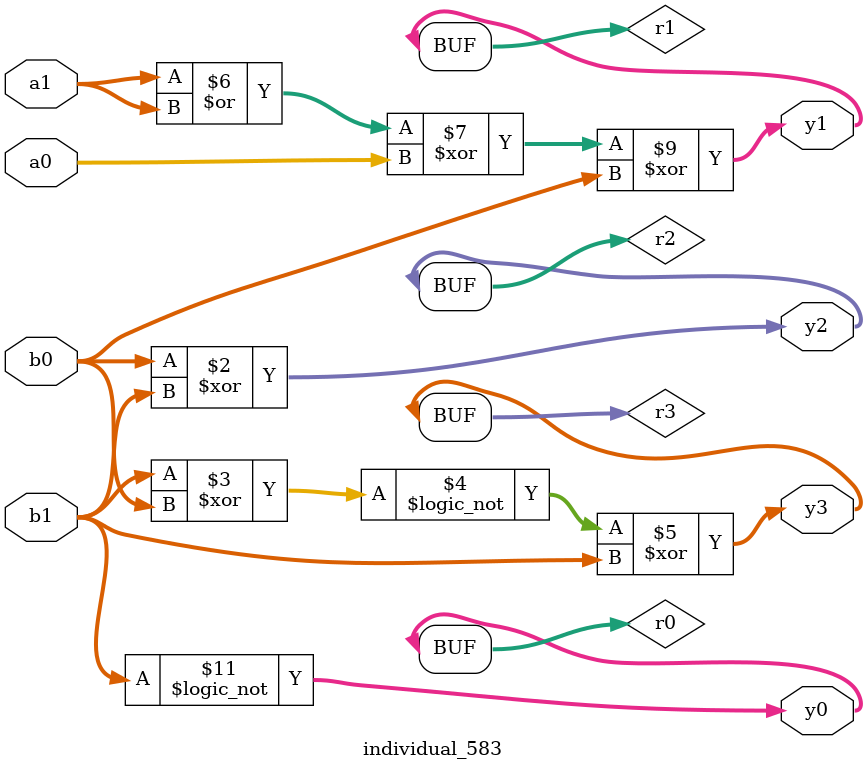
<source format=sv>
module individual_583(input logic [15:0] a1, input logic [15:0] a0, input logic [15:0] b1, input logic [15:0] b0, output logic [15:0] y3, output logic [15:0] y2, output logic [15:0] y1, output logic [15:0] y0);
logic [15:0] r0, r1, r2, r3; 
 always@(*) begin 
	 r0 = a0; r1 = a1; r2 = b0; r3 = b1; 
 	 r2  ^=  r3 ;
 	 r3  ^=  b0 ;
 	 r3 = ! r3 ;
 	 r3  ^=  b1 ;
 	 r1  |=  r1 ;
 	 r1  ^=  r0 ;
 	 r0  |=  a0 ;
 	 r1  ^=  b0 ;
 	 r0  ^=  a1 ;
 	 r0 = ! b1 ;
 	 y3 = r3; y2 = r2; y1 = r1; y0 = r0; 
end
endmodule
</source>
